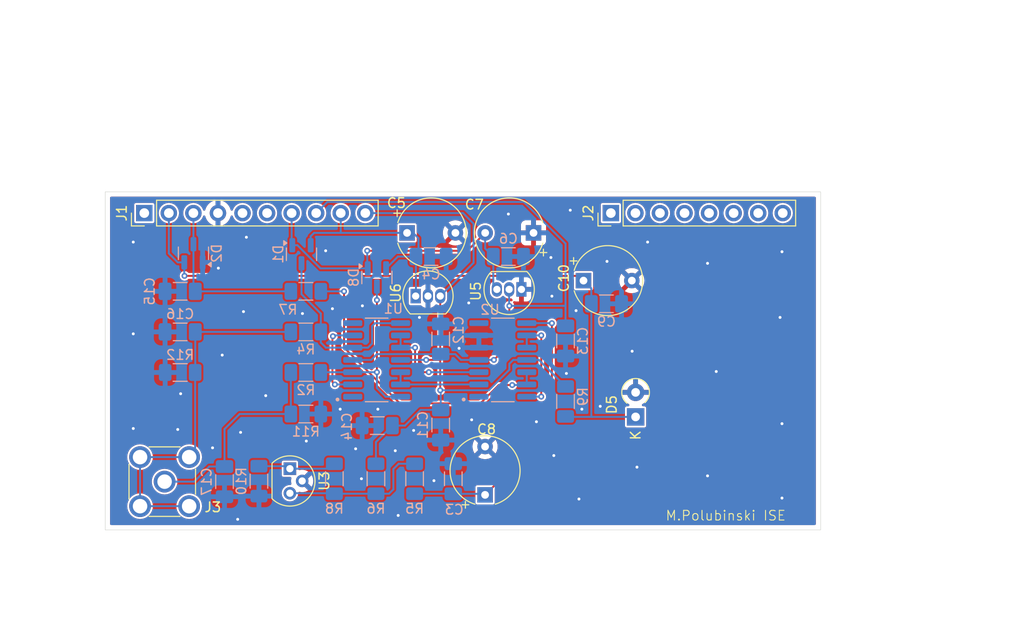
<source format=kicad_pcb>
(kicad_pcb (version 20240108) (generator "pcbnew") (generator_version "8.0")
  (layers (0 "F.Cu" signal) (31 "B.Cu" signal) (34 "B.Paste" user) (35 "F.Paste" user) (36 "B.SilkS" user "B.Silkscreen") (37 "F.SilkS" user "F.Silkscreen") (38 "B.Mask" user) (39 "F.Mask" user) (44 "Edge.Cuts" user))
  (net 0 "")
  (net 1 "GND")
  (net 2 "Net-(U2-REF_B)")
  (net 3 "+3V3")
  (net 4 "+12V")
  (net 5 "-12V")
  (net 6 "+15V")
  (net 7 "-15V")
  (net 8 "A")
  (net 9 "Net-(C16-Pad1)")
  (net 21 "Net-(C17-Pad1)")
  (net 22 "Net-(U1-+IN_B)")
  (net 23 "Net-(U2-OUT_A)")
  (net 24 "Net-(U1-OUT_A)")
  (net 25 "Net-(U1-OUT_B)")
  (net 26 "Net-(U1--IN_A)")
  (net 27 "Net-(U2-OUT_B)")
  (net 28 "Net-(U1-+IN_A)")
  (net 29 "Net-(U3-CATHODE)")
  (net 30 "Net-(U3-REF)")
  (footprint "Diode_THT:D_A-405_P2.54mm_Vertical_KathodeUp" (layer "F.Cu") (at 162.86 101.2 90)
    (property "Reference" "D5" (at 1.27 -2.47 -90) (layer "F.SilkS"))
    (property "Value" "~")
    (fp_text user "K" (at -1.9 0 -90) (layer "F.SilkS"))
    (pad "1" thru_hole rect (at 0 0 90) (size 1.8 1.8) (drill 0.9) (layers "*.Cu" "*.Mask") (net 3 "+3V3"))
    (pad "2" thru_hole oval (at 2.54 0 90) (size 1.8 1.8) (drill 0.9) (layers "*.Cu" "*.Mask") (net 1 "GND"))
  )
  (footprint "Connector_Coaxial:SMA_Molex_73251-2200_Horizontal" (layer "F.Cu") (at 114.14 107.9 90)
    (property "Reference" "J3" (at -2.65 4.99 0) (layer "F.SilkS"))
    (property "Value" "60311002114501" (hide yes))
    (property "VALUE" "60311002114501" (hide yes))
    (pad "1" thru_hole circle (at 0 0 90) (size 2.25 2.25) (drill 1.5) (layers "*.Cu" "*.Mask") (net 21 "Net-(C17-Pad1)"))
    (pad "2" thru_hole circle (at -2.54 -2.54 90) (size 2.25 2.25) (drill 1.5) (layers "*.Cu" "*.Mask") (net 9 "Net-(C16-Pad1)"))
    (pad "2" thru_hole circle (at -2.54 2.54 90) (size 2.25 2.25) (drill 1.5) (layers "*.Cu" "*.Mask") (net 9 "Net-(C16-Pad1)"))
    (pad "2" thru_hole circle (at 2.54 -2.54 90) (size 2.25 2.25) (drill 1.5) (layers "*.Cu" "*.Mask") (net 9 "Net-(C16-Pad1)"))
    (pad "2" thru_hole circle (at 2.54 2.54 180) (size 2.25 2.25) (drill 1.5) (layers "*.Cu" "*.Mask") (net 9 "Net-(C16-Pad1)"))
  )
  (footprint "Capacitor_THT:CP_Radial_Tantal_D7.0mm_P5.00mm" (layer "F.Cu") (at 139.22 82.15)
    (property "Reference" "C5" (at -1.1 -3.09 0) (layer "F.SilkS"))
    (property "Value" "1u")
    (pad "1" thru_hole rect (at 0 0) (size 1.6 1.6) (drill 0.8) (layers "*.Cu" "*.Mask") (net 4 "+12V"))
    (pad "2" thru_hole circle (at 5 0) (size 1.6 1.6) (drill 0.8) (layers "*.Cu" "*.Mask") (net 1 "GND"))
  )
  (footprint "Connector_PinHeader_2.54mm:PinHeader_1x10_P2.54mm_Vertical" (layer "F.Cu") (at 112.04 80.1 90)
    (property "Reference" "J1" (at 0 -2.33 -90) (layer "F.SilkS"))
    (property "Value" "Conn_01x10" (hide yes))
    (pad "1" thru_hole rect (at 0 0 90) (size 1.7 1.7) (drill 1) (layers "*.Cu" "*.Mask"))
    (pad "2" thru_hole oval (at 0 2.54 90) (size 1.7 1.7) (drill 1) (layers "*.Cu" "*.Mask") (net 3 "+3V3"))
    (pad "3" thru_hole oval (at 0 5.08 90) (size 1.7 1.7) (drill 1) (layers "*.Cu" "*.Mask") (net 8 "A"))
    (pad "4" thru_hole oval (at 0 7.62 90) (size 1.7 1.7) (drill 1) (layers "*.Cu" "*.Mask") (net 1 "GND"))
    (pad "5" thru_hole oval (at 0 10.16 90) (size 1.7 1.7) (drill 1) (layers "*.Cu" "*.Mask"))
    (pad "6" thru_hole oval (at 0 12.7 90) (size 1.7 1.7) (drill 1) (layers "*.Cu" "*.Mask"))
    (pad "7" thru_hole oval (at 0 15.24 90) (size 1.7 1.7) (drill 1) (layers "*.Cu" "*.Mask") (net 5 "-12V"))
    (pad "8" thru_hole oval (at 0 17.78 90) (size 1.7 1.7) (drill 1) (layers "*.Cu" "*.Mask") (net 7 "-15V"))
    (pad "9" thru_hole oval (at 0 20.32 90) (size 1.7 1.7) (drill 1) (layers "*.Cu" "*.Mask") (net 4 "+12V"))
    (pad "10" thru_hole oval (at 0 22.86 90) (size 1.7 1.7) (drill 1) (layers "*.Cu" "*.Mask") (net 6 "+15V"))
  )
  (footprint "Package_TO_SOT_THT:TO-92" (layer "F.Cu") (at 127.1 106.56 -90)
    (property "Reference" "U3" (at 1.27 -3.56 90) (layer "F.SilkS"))
    (property "Value" "LM431")
    (pad "1" thru_hole rect (at 0 0 270) (size 1.3 1.3) (drill 0.75) (layers "*.Cu" "*.Mask") (net 30 "Net-(U3-REF)"))
    (pad "2" thru_hole circle (at 1.27 -1.27 270) (size 1.3 1.3) (drill 0.75) (layers "*.Cu" "*.Mask") (net 1 "GND"))
    (pad "3" thru_hole circle (at 2.54 0 270) (size 1.3 1.3) (drill 0.75) (layers "*.Cu" "*.Mask") (net 29 "Net-(U3-CATHODE)"))
  )
  (footprint "Connector_PinHeader_2.54mm:PinHeader_1x08_P2.54mm_Vertical" (layer "F.Cu") (at 160.3 80.1 90)
    (property "Reference" "J2" (at 0 -2.33 -90) (layer "F.SilkS"))
    (property "Value" "Conn_01x08" (hide yes))
    (pad "1" thru_hole rect (at 0 0 90) (size 1.7 1.7) (drill 1) (layers "*.Cu" "*.Mask"))
    (pad "2" thru_hole oval (at 0 2.54 90) (size 1.7 1.7) (drill 1) (layers "*.Cu" "*.Mask"))
    (pad "3" thru_hole oval (at 0 5.08 90) (size 1.7 1.7) (drill 1) (layers "*.Cu" "*.Mask"))
    (pad "4" thru_hole oval (at 0 7.62 90) (size 1.7 1.7) (drill 1) (layers "*.Cu" "*.Mask"))
    (pad "5" thru_hole oval (at 0 10.16 90) (size 1.7 1.7) (drill 1) (layers "*.Cu" "*.Mask"))
    (pad "6" thru_hole oval (at 0 12.7 90) (size 1.7 1.7) (drill 1) (layers "*.Cu" "*.Mask"))
    (pad "7" thru_hole oval (at 0 15.24 90) (size 1.7 1.7) (drill 1) (layers "*.Cu" "*.Mask"))
    (pad "8" thru_hole oval (at 0 17.78 90) (size 1.7 1.7) (drill 1) (layers "*.Cu" "*.Mask"))
  )
  (footprint "Capacitor_THT:CP_Radial_Tantal_D7.0mm_P5.00mm" (layer "F.Cu") (at 152.3 82.15 180)
    (property "Reference" "C7" (at 6.12 2.93 180) (layer "F.SilkS"))
    (property "Value" "1u" (hide yes))
    (pad "1" thru_hole rect (at 0 0 180) (size 1.6 1.6) (drill 0.8) (layers "*.Cu" "*.Mask") (net 1 "GND"))
    (pad "2" thru_hole circle (at 5 0 180) (size 1.6 1.6) (drill 0.8) (layers "*.Cu" "*.Mask") (net 5 "-12V"))
  )
  (footprint "Capacitor_THT:CP_Radial_Tantal_D7.0mm_P5.00mm" (layer "F.Cu") (at 157.47 87.09)
    (property "Reference" "C10" (at -2.0322 -0.2525 90) (layer "F.SilkS"))
    (property "Value" "1u" (hide yes))
    (pad "1" thru_hole rect (at 0 0) (size 1.6 1.6) (drill 0.8) (layers "*.Cu" "*.Mask") (net 3 "+3V3"))
    (pad "2" thru_hole circle (at 5 0) (size 1.6 1.6) (drill 0.8) (layers "*.Cu" "*.Mask") (net 1 "GND"))
  )
  (footprint "Package_TO_SOT_THT:TO-92_Inline" (layer "F.Cu") (at 140.11 88.69)
    (property "Reference" "U6" (at -2.06 -0.32 90) (layer "F.SilkS"))
    (property "Value" "L78L12_TO92" (hide yes))
    (pad "1" thru_hole rect (at 0 0) (size 1.05 1.5) (drill 0.75) (layers "*.Cu" "*.Mask") (net 4 "+12V"))
    (pad "2" thru_hole oval (at 1.27 0) (size 1.05 1.5) (drill 0.75) (layers "*.Cu" "*.Mask") (net 1 "GND"))
    (pad "3" thru_hole oval (at 2.54 0) (size 1.05 1.5) (drill 0.75) (layers "*.Cu" "*.Mask") (net 6 "+15V"))
  )
  (footprint "Package_TO_SOT_THT:TO-92_Inline" (layer "F.Cu") (at 151.05 88 180)
    (property "Reference" "U5" (at 4.72 -0.19 -90) (layer "F.SilkS"))
    (property "Value" "L79L12_TO92" (hide yes))
    (pad "1" thru_hole rect (at 0 0 180) (size 1.05 1.5) (drill 0.75) (layers "*.Cu" "*.Mask") (net 1 "GND"))
    (pad "2" thru_hole oval (at 1.27 0 180) (size 1.05 1.5) (drill 0.75) (layers "*.Cu" "*.Mask") (net 7 "-15V"))
    (pad "3" thru_hole oval (at 2.54 0 180) (size 1.05 1.5) (drill 0.75) (layers "*.Cu" "*.Mask") (net 5 "-12V"))
  )
  (footprint "Capacitor_THT:CP_Radial_Tantal_D7.0mm_P5.00mm" (layer "F.Cu") (at 147.29 109.27 90)
    (property "Reference" "C8" (at 6.790277 0.149999 0) (layer "F.SilkS"))
    (property "Value" "1u" (hide yes))
    (pad "1" thru_hole rect (at 0 0 90) (size 1.6 1.6) (drill 0.8) (layers "*.Cu" "*.Mask") (net 2 "Net-(U2-REF_B)"))
    (pad "2" thru_hole circle (at 5 0 90) (size 1.6 1.6) (drill 0.8) (layers "*.Cu" "*.Mask") (net 1 "GND"))
  )
  (footprint "Resistor_SMD:R_1206_3216Metric_Pad1.30x1.75mm_HandSolder" (layer "B.Cu") (at 128.75 96.6)
    (property "Reference" "R2" (at 0 1.82 0) (layer "B.SilkS") (effects (justify mirror)))
    (property "Value" "1k")
    (pad "1" smd roundrect (at -1.55 0) (size 1.3 1.75) (layers "B.Cu" "B.Paste" "B.Mask") (roundrect_rratio 0.1923076923) (net 21 "Net-(C17-Pad1)"))
    (pad "2" smd roundrect (at 1.55 0) (size 1.3 1.75) (layers "B.Cu" "B.Paste" "B.Mask") (roundrect_rratio 0.1923076923) (net 28 "Net-(U1-+IN_A)"))
  )
  (footprint "Resistor_SMD:R_1206_3216Metric_Pad1.30x1.75mm_HandSolder" (layer "B.Cu") (at 128.75 100.9)
    (property "Reference" "R11" (at 0 1.82 0) (layer "B.SilkS") (effects (justify mirror)))
    (property "Value" "1M")
    (pad "1" smd roundrect (at -1.55 0) (size 1.3 1.75) (layers "B.Cu" "B.Paste" "B.Mask") (roundrect_rratio 0.1923076923) (net 21 "Net-(C17-Pad1)"))
    (pad "2" smd roundrect (at 1.55 0) (size 1.3 1.75) (layers "B.Cu" "B.Paste" "B.Mask") (roundrect_rratio 0.1923076923) (net 1 "GND"))
  )
  (footprint "Resistor_SMD:R_1206_3216Metric_Pad1.30x1.75mm_HandSolder" (layer "B.Cu") (at 123.9 107.85 -90)
    (property "Reference" "R10" (at 0 1.82 90) (layer "B.SilkS") (effects (justify mirror)))
    (property "Value" "R")
    (pad "1" smd roundrect (at -1.55 0 270) (size 1.3 1.75) (layers "B.Cu" "B.Paste" "B.Mask") (roundrect_rratio 0.1923076923) (net 30 "Net-(U3-REF)"))
    (pad "2" smd roundrect (at 1.55 0 270) (size 1.3 1.75) (layers "B.Cu" "B.Paste" "B.Mask") (roundrect_rratio 0.1923076923) (net 1 "GND"))
  )
  (footprint "Package_TO_SOT_SMD:SOT-23" (layer "B.Cu") (at 128.3 84.3625 -90)
    (property "Reference" "D1" (at 0 2.4 90) (layer "B.SilkS") (effects (justify mirror)))
    (property "Value" "BAV99")
    (pad "1" smd roundrect (at -0.9375 0.95 270) (size 1.475 0.6) (layers "B.Cu" "B.Paste" "B.Mask") (net 5 "-12V"))
    (pad "2" smd roundrect (at -0.9375 -0.95 270) (size 1.475 0.6) (layers "B.Cu" "B.Paste" "B.Mask") (net 4 "+12V"))
    (pad "3" smd roundrect (at 0.9375 0 270) (size 1.475 0.6) (layers "B.Cu" "B.Paste" "B.Mask") (net 22 "Net-(U1-+IN_B)"))
  )
  (footprint "Capacitor_SMD:C_1206_3216Metric_Pad1.33x1.80mm_HandSolder" (layer "B.Cu") (at 149.7 84.6 180)
    (property "Reference" "C6" (at 0 1.85 180) (layer "B.SilkS") (effects (justify mirror)))
    (property "Value" "100n")
    (pad "1" smd roundrect (at -1.5625 0 180) (size 1.325 1.8) (layers "B.Cu" "B.Paste" "B.Mask") (roundrect_rratio 0.1886792453) (net 1 "GND"))
    (pad "2" smd roundrect (at 1.5625 0 180) (size 1.325 1.8) (layers "B.Cu" "B.Paste" "B.Mask") (roundrect_rratio 0.1886792453) (net 5 "-12V"))
  )
  (footprint "INA2137UA (1):SOIC127P600X175-14N" (layer "B.Cu") (at 136.075 95.3)
    (property "Reference" "U1" (at 1.725 -5.3 0) (layer "B.SilkS") (effects (justify mirror)))
    (property "Value" "INA2137UA" (hide yes))
    (pad "1" smd roundrect (at -2.475 3.81) (size 1.97 0.6) (layers "B.Cu" "B.Paste" "B.Mask"))
    (pad "2" smd roundrect (at -2.475 2.54) (size 1.97 0.6) (layers "B.Cu" "B.Paste" "B.Mask") (net 26 "Net-(U1--IN_A)"))
    (pad "3" smd roundrect (at -2.475 1.27) (size 1.97 0.6) (layers "B.Cu" "B.Paste" "B.Mask") (net 28 "Net-(U1-+IN_A)"))
    (pad "4" smd roundrect (at -2.475 0) (size 1.97 0.6) (layers "B.Cu" "B.Paste" "B.Mask") (net 7 "-15V"))
    (pad "5" smd roundrect (at -2.475 -1.27) (size 1.97 0.6) (layers "B.Cu" "B.Paste" "B.Mask") (net 22 "Net-(U1-+IN_B)"))
    (pad "6" smd roundrect (at -2.475 -2.54) (size 1.97 0.6) (layers "B.Cu" "B.Paste" "B.Mask") (net 26 "Net-(U1--IN_A)"))
    (pad "7" smd roundrect (at -2.475 -3.81) (size 1.97 0.6) (layers "B.Cu" "B.Paste" "B.Mask"))
    (pad "8" smd roundrect (at 2.475 -3.81) (size 1.97 0.6) (layers "B.Cu" "B.Paste" "B.Mask") (net 22 "Net-(U1-+IN_B)"))
    (pad "9" smd roundrect (at 2.475 -2.54) (size 1.97 0.6) (layers "B.Cu" "B.Paste" "B.Mask") (net 25 "Net-(U1-OUT_B)"))
    (pad "10" smd roundrect (at 2.475 -1.27) (size 1.97 0.6) (layers "B.Cu" "B.Paste" "B.Mask") (net 25 "Net-(U1-OUT_B)"))
    (pad "11" smd roundrect (at 2.475 0) (size 1.97 0.6) (layers "B.Cu" "B.Paste" "B.Mask") (net 6 "+15V"))
    (pad "12" smd roundrect (at 2.475 1.27) (size 1.97 0.6) (layers "B.Cu" "B.Paste" "B.Mask") (net 24 "Net-(U1-OUT_A)"))
    (pad "13" smd roundrect (at 2.475 2.54) (size 1.97 0.6) (layers "B.Cu" "B.Paste" "B.Mask") (net 24 "Net-(U1-OUT_A)"))
    (pad "14" smd roundrect (at 2.475 3.81) (size 1.97 0.6) (layers "B.Cu" "B.Paste" "B.Mask") (net 28 "Net-(U1-+IN_A)"))
  )
  (footprint "INA2137UA (1):SOIC127P600X175-14N" (layer "B.Cu") (at 149.125 95.3)
    (property "Reference" "U2" (at -1.325 -5.2 0) (layer "B.SilkS") (effects (justify mirror)))
    (property "Value" "INA2137UA" (hide yes))
    (pad "1" smd roundrect (at -2.475 3.81) (size 1.97 0.6) (layers "B.Cu" "B.Paste" "B.Mask"))
    (pad "2" smd roundrect (at -2.475 2.54) (size 1.97 0.6) (layers "B.Cu" "B.Paste" "B.Mask") (net 24 "Net-(U1-OUT_A)"))
    (pad "3" smd roundrect (at -2.475 1.27) (size 1.97 0.6) (layers "B.Cu" "B.Paste" "B.Mask") (net 25 "Net-(U1-OUT_B)"))
    (pad "4" smd roundrect (at -2.475 0) (size 1.97 0.6) (layers "B.Cu" "B.Paste" "B.Mask") (net 7 "-15V"))
    (pad "5" smd roundrect (at -2.475 -1.27) (size 1.97 0.6) (layers "B.Cu" "B.Paste" "B.Mask") (net 1 "GND"))
    (pad "6" smd roundrect (at -2.475 -2.54) (size 1.97 0.6) (layers "B.Cu" "B.Paste" "B.Mask") (net 1 "GND"))
    (pad "7" smd roundrect (at -2.475 -3.81) (size 1.97 0.6) (layers "B.Cu" "B.Paste" "B.Mask"))
    (pad "8" smd roundrect (at 2.475 -3.81) (size 1.97 0.6) (layers "B.Cu" "B.Paste" "B.Mask") (net 2 "Net-(U2-REF_B)"))
    (pad "9" smd roundrect (at 2.475 -2.54) (size 1.97 0.6) (layers "B.Cu" "B.Paste" "B.Mask") (net 27 "Net-(U2-OUT_B)"))
    (pad "10" smd roundrect (at 2.475 -1.27) (size 1.97 0.6) (layers "B.Cu" "B.Paste" "B.Mask") (net 27 "Net-(U2-OUT_B)"))
    (pad "11" smd roundrect (at 2.475 0) (size 1.97 0.6) (layers "B.Cu" "B.Paste" "B.Mask") (net 6 "+15V"))
    (pad "12" smd roundrect (at 2.475 1.27) (size 1.97 0.6) (layers "B.Cu" "B.Paste" "B.Mask") (net 23 "Net-(U2-OUT_A)"))
    (pad "13" smd roundrect (at 2.475 2.54) (size 1.97 0.6) (layers "B.Cu" "B.Paste" "B.Mask") (net 23 "Net-(U2-OUT_A)"))
    (pad "14" smd roundrect (at 2.475 3.81) (size 1.97 0.6) (layers "B.Cu" "B.Paste" "B.Mask") (net 27 "Net-(U2-OUT_B)"))
  )
  (footprint "Resistor_SMD:R_1206_3216Metric_Pad1.30x1.75mm_HandSolder" (layer "B.Cu") (at 155.61 99.6 -90)
    (property "Reference" "R9" (at -0.5 -1.79 -90) (layer "B.SilkS") (effects (justify mirror)))
    (property "Value" "1k")
    (pad "1" smd roundrect (at -1.55 0 270) (size 1.3 1.75) (layers "B.Cu" "B.Paste" "B.Mask") (roundrect_rratio 0.1923076923) (net 6 "+15V"))
    (pad "2" smd roundrect (at 1.55 0 270) (size 1.3 1.75) (layers "B.Cu" "B.Paste" "B.Mask") (roundrect_rratio 0.1923076923) (net 3 "+3V3"))
  )
  (footprint "Capacitor_SMD:C_1206_3216Metric_Pad1.33x1.80mm_HandSolder" (layer "B.Cu") (at 142.7 102.0375 -90)
    (property "Reference" "C11" (at 0 1.85 -90) (layer "B.SilkS") (effects (justify mirror)))
    (property "Value" "100n")
    (pad "1" smd roundrect (at -1.5625 0 270) (size 1.325 1.8) (layers "B.Cu" "B.Paste" "B.Mask") (roundrect_rratio 0.1886792453) (net 6 "+15V"))
    (pad "2" smd roundrect (at 1.5625 0 270) (size 1.325 1.8) (layers "B.Cu" "B.Paste" "B.Mask") (roundrect_rratio 0.1886792453) (net 1 "GND"))
  )
  (footprint "Capacitor_SMD:C_1206_3216Metric_Pad1.33x1.80mm_HandSolder" (layer "B.Cu") (at 144 107.6 90)
    (property "Reference" "C3" (at -3.199999 0.100001 180) (layer "B.SilkS") (effects (justify mirror)))
    (property "Value" "100n")
    (pad "1" smd roundrect (at -1.5625 0 90) (size 1.325 1.8) (layers "B.Cu" "B.Paste" "B.Mask") (roundrect_rratio 0.1886792453) (net 2 "Net-(U2-REF_B)"))
    (pad "2" smd roundrect (at 1.5625 0 90) (size 1.325 1.8) (layers "B.Cu" "B.Paste" "B.Mask") (roundrect_rratio 0.1886792453) (net 1 "GND"))
  )
  (footprint "Resistor_SMD:R_1206_3216Metric_Pad1.30x1.75mm_HandSolder" (layer "B.Cu") (at 136 107.6 -90)
    (property "Reference" "R6" (at 3.1 0 0) (layer "B.SilkS") (effects (justify mirror)))
    (property "Value" "10k")
    (pad "1" smd roundrect (at -1.55 0 270) (size 1.3 1.75) (layers "B.Cu" "B.Paste" "B.Mask") (roundrect_rratio 0.1923076923) (net 6 "+15V"))
    (pad "2" smd roundrect (at 1.55 0 270) (size 1.3 1.75) (layers "B.Cu" "B.Paste" "B.Mask") (roundrect_rratio 0.1923076923) (net 29 "Net-(U3-CATHODE)"))
  )
  (footprint "Resistor_SMD:R_1206_3216Metric_Pad1.30x1.75mm_HandSolder" (layer "B.Cu") (at 131.7 107.6 90)
    (property "Reference" "R8" (at -3.1 0 0) (layer "B.SilkS") (effects (justify mirror)))
    (property "Value" "R")
    (pad "1" smd roundrect (at -1.55 0 90) (size 1.3 1.75) (layers "B.Cu" "B.Paste" "B.Mask") (roundrect_rratio 0.1923076923) (net 29 "Net-(U3-CATHODE)"))
    (pad "2" smd roundrect (at 1.55 0 90) (size 1.3 1.75) (layers "B.Cu" "B.Paste" "B.Mask") (roundrect_rratio 0.1923076923) (net 30 "Net-(U3-REF)"))
  )
  (footprint "Capacitor_SMD:C_1206_3216Metric_Pad1.33x1.80mm_HandSolder" (layer "B.Cu") (at 120.3375 107.9 -90)
    (property "Reference" "C17" (at 0 1.85 90) (layer "B.SilkS") (effects (justify mirror)))
    (property "Value" "1p")
    (pad "1" smd roundrect (at -1.5625 0 270) (size 1.325 1.8) (layers "B.Cu" "B.Paste" "B.Mask") (roundrect_rratio 0.1886792453) (net 21 "Net-(C17-Pad1)"))
    (pad "2" smd roundrect (at 1.5625 0 270) (size 1.325 1.8) (layers "B.Cu" "B.Paste" "B.Mask") (roundrect_rratio 0.1886792453) (net 1 "GND"))
  )
  (footprint "Resistor_SMD:R_1206_3216Metric_Pad1.30x1.75mm_HandSolder" (layer "B.Cu") (at 128.75 92.4)
    (property "Reference" "R4" (at 0 1.82 0) (layer "B.SilkS") (effects (justify mirror)))
    (property "Value" "1k")
    (pad "1" smd roundrect (at -1.55 0) (size 1.3 1.75) (layers "B.Cu" "B.Paste" "B.Mask") (roundrect_rratio 0.1923076923) (net 9 "Net-(C16-Pad1)"))
    (pad "2" smd roundrect (at 1.55 0) (size 1.3 1.75) (layers "B.Cu" "B.Paste" "B.Mask") (roundrect_rratio 0.1923076923) (net 22 "Net-(U1-+IN_B)"))
  )
  (footprint "Capacitor_SMD:C_1206_3216Metric_Pad1.33x1.80mm_HandSolder" (layer "B.Cu") (at 115.75 92.4 180)
    (property "Reference" "C16" (at 0 1.85 180) (layer "B.SilkS") (effects (justify mirror)))
    (property "Value" "1p")
    (pad "1" smd roundrect (at -1.5625 0 180) (size 1.325 1.8) (layers "B.Cu" "B.Paste" "B.Mask") (roundrect_rratio 0.1886792453) (net 9 "Net-(C16-Pad1)"))
    (pad "2" smd roundrect (at 1.5625 0 180) (size 1.325 1.8) (layers "B.Cu" "B.Paste" "B.Mask") (roundrect_rratio 0.1886792453) (net 1 "GND"))
  )
  (footprint "Package_TO_SOT_SMD:SOT-23" (layer "B.Cu") (at 117.125 84.2625 90)
    (property "Reference" "D2" (at 0 2.4 -90) (layer "B.SilkS") (effects (justify mirror)))
    (property "Value" "BAV99")
    (pad "1" smd roundrect (at -0.9375 0.95 90) (size 1.475 0.6) (layers "B.Cu" "B.Paste" "B.Mask") (net 1 "GND"))
    (pad "2" smd roundrect (at -0.9375 -0.95 90) (size 1.475 0.6) (layers "B.Cu" "B.Paste" "B.Mask") (net 3 "+3V3"))
    (pad "3" smd roundrect (at 0.9375 0 90) (size 1.475 0.6) (layers "B.Cu" "B.Paste" "B.Mask") (net 8 "A"))
  )
  (footprint "Resistor_SMD:R_1206_3216Metric_Pad1.30x1.75mm_HandSolder" (layer "B.Cu") (at 140 107.6 -90)
    (property "Reference" "R5" (at 3.1 0 0) (layer "B.SilkS") (effects (justify mirror)))
    (property "Value" "10k")
    (pad "1" smd roundrect (at -1.55 0 270) (size 1.3 1.75) (layers "B.Cu" "B.Paste" "B.Mask") (roundrect_rratio 0.1923076923) (net 29 "Net-(U3-CATHODE)"))
    (pad "2" smd roundrect (at 1.55 0 270) (size 1.3 1.75) (layers "B.Cu" "B.Paste" "B.Mask") (roundrect_rratio 0.1923076923) (net 2 "Net-(U2-REF_B)"))
  )
  (footprint "Capacitor_SMD:C_1206_3216Metric_Pad1.33x1.80mm_HandSolder" (layer "B.Cu") (at 142.7 93.1375 90)
    (property "Reference" "C12" (at 0.9375 1.85 90) (layer "B.SilkS") (effects (justify mirror)))
    (property "Value" "100n")
    (pad "1" smd roundrect (at -1.5625 0 90) (size 1.325 1.8) (layers "B.Cu" "B.Paste" "B.Mask") (roundrect_rratio 0.1886792453) (net 7 "-15V"))
    (pad "2" smd roundrect (at 1.5625 0 90) (size 1.325 1.8) (layers "B.Cu" "B.Paste" "B.Mask") (roundrect_rratio 0.1886792453) (net 1 "GND"))
  )
  (footprint "Resistor_SMD:R_1206_3216Metric_Pad1.30x1.75mm_HandSolder" (layer "B.Cu") (at 115.75 96.6 180)
    (property "Reference" "R12" (at 0 1.82 180) (layer "B.SilkS") (effects (justify mirror)))
    (property "Value" "1M")
    (pad "1" smd roundrect (at -1.55 0 180) (size 1.3 1.75) (layers "B.Cu" "B.Paste" "B.Mask") (roundrect_rratio 0.1923076923) (net 9 "Net-(C16-Pad1)"))
    (pad "2" smd roundrect (at 1.55 0 180) (size 1.3 1.75) (layers "B.Cu" "B.Paste" "B.Mask") (roundrect_rratio 0.1923076923) (net 1 "GND"))
  )
  (footprint "Capacitor_SMD:C_1206_3216Metric_Pad1.33x1.80mm_HandSolder" (layer "B.Cu") (at 141.7 84.6)
    (property "Reference" "C4" (at 0 1.85 0) (layer "B.SilkS") (effects (justify mirror)))
    (property "Value" "100n")
    (pad "1" smd roundrect (at -1.5625 0) (size 1.325 1.8) (layers "B.Cu" "B.Paste" "B.Mask") (roundrect_rratio 0.1886792453) (net 4 "+12V"))
    (pad "2" smd roundrect (at 1.5625 0) (size 1.325 1.8) (layers "B.Cu" "B.Paste" "B.Mask") (roundrect_rratio 0.1886792453) (net 1 "GND"))
  )
  (footprint "Resistor_SMD:R_1206_3216Metric_Pad1.30x1.75mm_HandSolder" (layer "B.Cu") (at 128.75 88.2 180)
    (property "Reference" "R7" (at 1.85 -1.9 180) (layer "B.SilkS") (effects (justify mirror)))
    (property "Value" "1k")
    (pad "1" smd roundrect (at -1.55 0 180) (size 1.3 1.75) (layers "B.Cu" "B.Paste" "B.Mask") (roundrect_rratio 0.1923076923) (net 23 "Net-(U2-OUT_A)"))
    (pad "2" smd roundrect (at 1.55 0 180) (size 1.3 1.75) (layers "B.Cu" "B.Paste" "B.Mask") (roundrect_rratio 0.1923076923) (net 8 "A"))
  )
  (footprint "Capacitor_SMD:C_1206_3216Metric_Pad1.33x1.80mm_HandSolder" (layer "B.Cu") (at 155.61 93.3375 -90)
    (property "Reference" "C13" (at 0 -1.79 -90) (layer "B.SilkS") (effects (justify mirror)))
    (property "Value" "100n")
    (pad "1" smd roundrect (at -1.5625 0 270) (size 1.325 1.8) (layers "B.Cu" "B.Paste" "B.Mask") (roundrect_rratio 0.1886792453) (net 7 "-15V"))
    (pad "2" smd roundrect (at 1.5625 0 270) (size 1.325 1.8) (layers "B.Cu" "B.Paste" "B.Mask") (roundrect_rratio 0.1886792453) (net 1 "GND"))
  )
  (footprint "Capacitor_SMD:C_1206_3216Metric_Pad1.33x1.80mm_HandSolder" (layer "B.Cu") (at 159.84005 89.49)
    (property "Reference" "C9" (at 0 1.85 0) (layer "B.SilkS") (effects (justify mirror)))
    (property "Value" "100n")
    (pad "1" smd roundrect (at -1.5625 0) (size 1.325 1.8) (layers "B.Cu" "B.Paste" "B.Mask") (roundrect_rratio 0.1886792453) (net 3 "+3V3"))
    (pad "2" smd roundrect (at 1.5625 0) (size 1.325 1.8) (layers "B.Cu" "B.Paste" "B.Mask") (roundrect_rratio 0.1886792453) (net 1 "GND"))
  )
  (footprint "Capacitor_SMD:C_1206_3216Metric_Pad1.33x1.80mm_HandSolder" (layer "B.Cu") (at 136.1375 102.1 180)
    (property "Reference" "C14" (at 3.1375 -0.1 -90) (layer "B.SilkS") (effects (justify mirror)))
    (property "Value" "100n")
    (pad "1" smd roundrect (at -1.5625 0 180) (size 1.325 1.8) (layers "B.Cu" "B.Paste" "B.Mask") (roundrect_rratio 0.1886792453) (net 6 "+15V"))
    (pad "2" smd roundrect (at 1.5625 0 180) (size 1.325 1.8) (layers "B.Cu" "B.Paste" "B.Mask") (roundrect_rratio 0.1886792453) (net 1 "GND"))
  )
  (footprint "Package_TO_SOT_SMD:SOT-23" (layer "B.Cu") (at 136.1 86.7625 -90)
    (property "Reference" "D8" (at 0 2.4 90) (layer "B.SilkS") (effects (justify mirror)))
    (property "Value" "BAV99")
    (pad "1" smd roundrect (at -0.9375 0.95 270) (size 1.475 0.6) (layers "B.Cu" "B.Paste" "B.Mask") (net 5 "-12V"))
    (pad "2" smd roundrect (at -0.9375 -0.95 270) (size 1.475 0.6) (layers "B.Cu" "B.Paste" "B.Mask") (net 4 "+12V"))
    (pad "3" smd roundrect (at 0.9375 0 270) (size 1.475 0.6) (layers "B.Cu" "B.Paste" "B.Mask") (net 28 "Net-(U1-+IN_A)"))
  )
  (footprint "Capacitor_SMD:C_1206_3216Metric_Pad1.33x1.80mm_HandSolder" (layer "B.Cu") (at 115.75 88.2 180)
    (property "Reference" "C15" (at 3.15 0 -90) (layer "B.SilkS") (effects (justify mirror)))
    (property "Value" "C")
    (pad "1" smd roundrect (at -1.5625 0 180) (size 1.325 1.8) (layers "B.Cu" "B.Paste" "B.Mask") (roundrect_rratio 0.1886792453) (net 8 "A"))
    (pad "2" smd roundrect (at 1.5625 0 180) (size 1.325 1.8) (layers "B.Cu" "B.Paste" "B.Mask") (roundrect_rratio 0.1886792453) (net 1 "GND"))
  )
  (gr_rect (start 108 77.9) (end 182 112.9) (stroke (width 0.05)) (fill none) (layer "Edge.Cuts"))
  (gr_text "M.Polubinski ISE" (at 165.9 112 0) (layer "F.SilkS") (effects (font (size 1 1) (thickness 0.1)) (justify left bottom)))
  (via (at 132.3 100.4) (size 0.6) (drill 0.3) (layers "F.Cu" "B.Cu") (net 1))
  (via (at 178 101.9) (size 0.6) (drill 0.3) (layers "F.Cu" "B.Cu") (net 1))
  (via (at 136.2 100.4) (size 0.6) (drill 0.3) (layers "F.Cu" "B.Cu") (net 1))
  (via (at 121.7 111.8) (size 0.6) (drill 0.3) (layers "F.Cu" "B.Cu") (net 1))
  (via (at 177.8 90.9) (size 0.6) (drill 0.3) (layers "F.Cu" "B.Cu") (net 1))
  (via (at 142 107.8) (size 0.6) (drill 0.3) (layers "F.Cu" "B.Cu") (net 1))
  (via (at 115.8 98.8) (size 0.6) (drill 0.3) (layers "F.Cu" "B.Cu") (net 1))
  (via (at 144.6 94.1) (size 0.6) (drill 0.3) (layers "F.Cu" "B.Cu") (net 1))
  (via (at 178 84.1) (size 0.6) (drill 0.3) (layers "F.Cu" "B.Cu") (net 1))
  (via (at 130.8 84) (size 0.6) (drill 0.3) (layers "F.Cu" "B.Cu") (net 1))
  (via (at 162.5 94.4) (size 0.6) (drill 0.3) (layers "F.Cu" "B.Cu") (net 1))
  (via (at 119.7 85.8) (size 0.6) (drill 0.3) (layers "F.Cu" "B.Cu") (net 1))
  (via (at 110.9 102.4) (size 0.6) (drill 0.3) (layers "F.Cu" "B.Cu") (net 1))
  (via (at 128.8 103.7) (size 0.6) (drill 0.3) (layers "F.Cu" "B.Cu") (net 1))
  (via (at 178 109.6) (size 0.6) (drill 0.3) (layers "F.Cu" "B.Cu") (net 1))
  (via (at 156.7 90.2) (size 0.6) (drill 0.3) (layers "F.Cu" "B.Cu") (net 1))
  (via (at 131.5 90) (size 0.6) (drill 0.3) (layers "F.Cu" "B.Cu") (net 1))
  (via (at 122 102.8) (size 0.6) (drill 0.3) (layers "F.Cu" "B.Cu") (net 1))
  (via (at 110.9 92.6) (size 0.6) (drill 0.3) (layers "F.Cu" "B.Cu") (net 1))
  (via (at 138.3 111.4) (size 0.6) (drill 0.3) (layers "F.Cu" "B.Cu") (net 1))
  (via (at 154.1 84.7) (size 0.6) (drill 0.3) (layers "F.Cu" "B.Cu") (net 1))
  (via (at 156.1 79.8) (size 0.6) (drill 0.3) (layers "F.Cu" "B.Cu") (net 1))
  (via (at 170.3 85.3) (size 0.6) (drill 0.3) (layers "F.Cu" "B.Cu") (net 1))
  (via (at 115.5 102.5) (size 0.6) (drill 0.3) (layers "F.Cu" "B.Cu") (net 1))
  (via (at 159.2 100.1) (size 0.6) (drill 0.3) (layers "F.Cu" "B.Cu") (net 1))
  (via (at 110.9 83.1) (size 0.6) (drill 0.3) (layers "F.Cu" "B.Cu") (net 1))
  (via (at 134.6 89.7) (size 0.6) (drill 0.3) (layers "F.Cu" "B.Cu") (net 1))
  (via (at 140.5 90.9) (size 0.6) (drill 0.3) (layers "F.Cu" "B.Cu") (net 1))
  (via (at 134.5 107.6) (size 0.6) (drill 0.3) (layers "F.Cu" "B.Cu") (net 1))
  (via (at 152.6 101.7) (size 0.6) (drill 0.3) (layers "F.Cu" "B.Cu") (net 1))
  (via (at 154.2 88.7) (size 0.6) (drill 0.3) (layers "F.Cu" "B.Cu") (net 1))
  (via (at 139.9 102.6) (size 0.6) (drill 0.3) (layers "F.Cu" "B.Cu") (net 1))
  (via (at 154.4 105.2) (size 0.6) (drill 0.3) (layers "F.Cu" "B.Cu") (net 1))
  (via (at 164.1 83.1) (size 0.6) (drill 0.3) (layers "F.Cu" "B.Cu") (net 1))
  (via (at 145.6 89.4) (size 0.6) (drill 0.3) (layers "F.Cu" "B.Cu") (net 1))
  (via (at 149.7 80.2) (size 0.6) (drill 0.3) (layers "F.Cu" "B.Cu") (net 1))
  (via (at 122.3 90.3) (size 0.6) (drill 0.3) (layers "F.Cu" "B.Cu") (net 1))
  (via (at 159.9 85.1) (size 0.6) (drill 0.3) (layers "F.Cu" "B.Cu") (net 1))
  (via (at 120.1 94.8) (size 0.6) (drill 0.3) (layers "F.Cu" "B.Cu") (net 1))
  (via (at 119.1 104.4) (size 0.6) (drill 0.3) (layers "F.Cu" "B.Cu") (net 1))
  (via (at 163 106.4) (size 0.6) (drill 0.3) (layers "F.Cu" "B.Cu") (net 1))
  (via (at 122.6 82.6) (size 0.6) (drill 0.3) (layers "F.Cu" "B.Cu") (net 1))
  (via (at 128.4 90.5) (size 0.6) (drill 0.3) (layers "F.Cu" "B.Cu") (net 1))
  (via (at 170.3 107.3) (size 0.6) (drill 0.3) (layers "F.Cu" "B.Cu") (net 1))
  (via (at 155.7 96.7) (size 0.6) (drill 0.3) (layers "F.Cu" "B.Cu") (net 1))
  (via (at 124.6 99) (size 0.6) (drill 0.3) (layers "F.Cu" "B.Cu") (net 1))
  (via (at 145.9 101.5) (size 0.6) (drill 0.3) (layers "F.Cu" "B.Cu") (net 1))
  (via (at 157.3 100.4) (size 0.6) (drill 0.3) (layers "F.Cu" "B.Cu") (net 1))
  (via (at 133.9 104.5) (size 0.6) (drill 0.3) (layers "F.Cu" "B.Cu") (net 1))
  (via (at 157 109.7) (size 0.6) (drill 0.3) (layers "F.Cu" "B.Cu") (net 1))
  (via (at 171.2 96.5) (size 0.6) (drill 0.3) (layers "F.Cu" "B.Cu") (net 1))
  (via (at 138 104.7) (size 0.6) (drill 0.3) (layers "F.Cu" "B.Cu") (net 1))
  (segment (start 154.2 102.36) (end 147.29 109.27) (width 0.2) (layer "F.Cu") (net 2))
  (segment (start 154.2 91.5) (end 154.2 102.36) (width 0.2) (layer "F.Cu") (net 2))
  (via (at 154.2 91.5) (size 0.6) (drill 0.3) (layers "F.Cu" "B.Cu") (net 2))
  (segment (start 154.19 91.49) (end 151.6 91.49) (width 0.2) (layer "B.Cu") (net 2))
  (segment (start 154.2 91.5) (end 154.19 91.49) (width 0.2) (layer "B.Cu") (net 2))
  (segment (start 140 109.15) (end 143.9875 109.15) (width 0.2) (layer "B.Cu") (net 2))
  (segment (start 144 109.1625) (end 147.1825 109.1625) (width 0.2) (layer "B.Cu") (net 2))
  (segment (start 143.9875 109.15) (end 144 109.1625) (width 0.2) (layer "B.Cu") (net 2))
  (segment (start 147.1825 109.1625) (end 147.29 109.27) (width 0.2) (layer "B.Cu") (net 2))
  (segment (start 156.98 86.6) (end 157.47 87.09) (width 0.2) (layer "F.Cu") (net 3))
  (segment (start 116.2 86.6) (end 156.98 86.6) (width 0.2) (layer "F.Cu") (net 3))
  (via (at 116.2 86.6) (size 0.6) (drill 0.3) (layers "F.Cu" "B.Cu") (net 3))
  (segment (start 155.66 101.2) (end 155.61 101.15) (width 0.2) (layer "B.Cu") (net 3))
  (segment (start 116.175 85.2) (end 116.175 86.575) (width 0.2) (layer "B.Cu") (net 3))
  (segment (start 158.27755 101.17755) (end 158.3 101.2) (width 0.2) (layer "B.Cu") (net 3))
  (segment (start 158.4 101.2) (end 155.66 101.2) (width 0.2) (layer "B.Cu") (net 3))
  (segment (start 116.175 86.575) (end 116.2 86.6) (width 0.2) (layer "B.Cu") (net 3))
  (segment (start 158.27755 89.49) (end 158.27755 101.17755) (width 0.2) (layer "B.Cu") (net 3))
  (segment (start 162.86 101.2) (end 158.4 101.2) (width 0.2) (layer "B.Cu") (net 3))
  (segment (start 158.27755 89.49) (end 158.27755 87.89755) (width 0.2) (layer "B.Cu") (net 3))
  (segment (start 158.27755 87.89755) (end 157.47 87.09) (width 0.2) (layer "B.Cu") (net 3))
  (segment (start 114.58 80.1) (end 114.58 84.28) (width 0.2) (layer "B.Cu") (net 3))
  (segment (start 114.58 84.28) (end 115.5 85.2) (width 0.2) (layer "B.Cu") (net 3))
  (segment (start 115.5 85.2) (end 116.175 85.2) (width 0.2) (layer "B.Cu") (net 3))
  (segment (start 139.22 82.15) (end 139.85 82.15) (width 0.2) (layer "B.Cu") (net 4))
  (segment (start 129.6 82.15) (end 139.22 82.15) (width 0.2) (layer "B.Cu") (net 4))
  (segment (start 137.05 85.825) (end 138.275 84.6) (width 0.2) (layer "B.Cu") (net 4))
  (segment (start 140.4 84.3375) (end 140.1375 84.6) (width 0.2) (layer "B.Cu") (net 4))
  (segment (start 129.25 82.5) (end 129.6 82.15) (width 0.2) (layer "B.Cu") (net 4))
  (segment (start 140.4 82.7) (end 140.4 84.3375) (width 0.2) (layer "B.Cu") (net 4))
  (segment (start 138.275 84.6) (end 140.1375 84.6) (width 0.2) (layer "B.Cu") (net 4))
  (segment (start 139.85 82.15) (end 140.4 82.7) (width 0.2) (layer "B.Cu") (net 4))
  (segment (start 129.25 83.425) (end 129.25 82.5) (width 0.2) (layer "B.Cu") (net 4))
  (segment (start 140.1375 88.6625) (end 140.11 88.69) (width 0.2) (layer "B.Cu") (net 4))
  (segment (start 132.36 80.1) (end 132.36 82.1) (width 0.2) (layer "B.Cu") (net 4))
  (segment (start 140.1375 84.6) (end 140.1375 88.6625) (width 0.2) (layer "B.Cu") (net 4))
  (segment (start 145.45 84) (end 135.1 84) (width 0.2) (layer "F.Cu") (net 5))
  (segment (start 147.3 82.15) (end 145.45 84) (width 0.2) (layer "F.Cu") (net 5))
  (via (at 135.1 84) (size 0.6) (drill 0.3) (layers "F.Cu" "B.Cu") (net 5))
  (segment (start 135.1 85.775) (end 135.15 85.825) (width 0.2) (layer "B.Cu") (net 5))
  (segment (start 147.3 83.7625) (end 148.1375 84.6) (width 0.2) (layer "B.Cu") (net 5))
  (segment (start 148.1375 84.6) (end 148.1375 87.6275) (width 0.2) (layer "B.Cu") (net 5))
  (segment (start 127.35 83.425) (end 127.871948 83.425) (width 0.2) (layer "B.Cu") (net 5))
  (segment (start 127.871948 83.425) (end 130.271948 85.825) (width 0.2) (layer "B.Cu") (net 5))
  (segment (start 127.28 83.355) (end 127.35 83.425) (width 0.2) (layer "B.Cu") (net 5))
  (segment (start 127.28 80.1) (end 127.28 83.355) (width 0.2) (layer "B.Cu") (net 5))
  (segment (start 148.1375 87.6275) (end 148.51 88) (width 0.2) (layer "B.Cu") (net 5))
  (segment (start 130.271948 85.825) (end 135.15 85.825) (width 0.2) (layer "B.Cu") (net 5))
  (segment (start 147.3 82.15) (end 147.3 83.7625) (width 0.2) (layer "B.Cu") (net 5))
  (segment (start 135.1 84) (end 135.1 85.775) (width 0.2) (layer "B.Cu") (net 5))
  (segment (start 142.65 95.3) (end 142.65 88.69) (width 0.2) (layer "F.Cu") (net 6))
  (segment (start 142.65 98.44) (end 142.65 95.3) (width 0.2) (layer "F.Cu") (net 6))
  (segment (start 141.2 95.3) (end 142.65 95.3) (width 0.2) (layer "F.Cu") (net 6))
  (via (at 141.2 95.3) (size 0.6) (drill 0.3) (layers "F.Cu" "B.Cu") (net 6))
  (via (at 142.65 98.44) (size 0.6) (drill 0.3) (layers "F.Cu" "B.Cu") (net 6))
  (segment (start 146.1 85.24) (end 142.65 88.69) (width 0.2) (layer "B.Cu") (net 6))
  (segment (start 155.61 98.05) (end 152.86 95.3) (width 0.2) (layer "B.Cu") (net 6))
  (segment (start 152.86 95.3) (end 151.6 95.3) (width 0.2) (layer "B.Cu") (net 6))
  (segment (start 136 103.8) (end 137.7 102.1) (width 0.2) (layer "B.Cu") (net 6))
  (segment (start 150.2 95.3) (end 151.6 95.3) (width 0.2) (layer "B.Cu") (net 6))
  (segment (start 136 106.05) (end 136 103.8) (width 0.2) (layer "B.Cu") (net 6))
  (segment (start 142.65 98.44) (end 142.7 98.49) (width 0.2) (layer "B.Cu") (net 6))
  (segment (start 147.675552 98.44) (end 149.8 96.315552) (width 0.2) (layer "B.Cu") (net 6))
  (segment (start 142.65 98.44) (end 147.675552 98.44) (width 0.2) (layer "B.Cu") (net 6))
  (segment (start 138.55 95.3) (end 141.2 95.3) (width 0.2) (layer "B.Cu") (net 6))
  (segment (start 149.8 95.7) (end 150.2 95.3) (width 0.2) (layer "B.Cu") (net 6))
  (segment (start 139 102.1) (end 140.625 100.475) (width 0.2) (layer "B.Cu") (net 6))
  (segment (start 145 80.1) (end 146.1 81.2) (width 0.2) (layer "B.Cu") (net 6))
  (segment (start 142.7 98.49) (end 142.7 100.475) (width 0.2) (layer "B.Cu") (net 6))
  (segment (start 140.625 100.475) (end 142.7 100.475) (width 0.2) (layer "B.Cu") (net 6))
  (segment (start 137.7 102.1) (end 139 102.1) (width 0.2) (layer "B.Cu") (net 6))
  (segment (start 146.1 81.2) (end 146.1 85.24) (width 0.2) (layer "B.Cu") (net 6))
  (segment (start 134.9 80.1) (end 145 80.1) (width 0.2) (layer "B.Cu") (net 6))
  (segment (start 149.8 96.315552) (end 149.8 95.7) (width 0.2) (layer "B.Cu") (net 6))
  (segment (start 149.8 93.7) (end 149.8 89.7) (width 0.2) (layer "F.Cu") (net 7))
  (segment (start 148.2 95.3) (end 149.8 93.7) (width 0.2) (layer "F.Cu") (net 7))
  (via (at 148.2 95.3) (size 0.6) (drill 0.3) (layers "F.Cu" "B.Cu") (net 7))
  (via (at 149.8 89.7) (size 0.6) (drill 0.3) (layers "F.Cu" "B.Cu") (net 7))
  (segment (start 155.61 83.26) (end 155.61 91.775) (width 0.2) (layer "B.Cu") (net 7))
  (segment (start 146.65 95.3) (end 144.8 95.3) (width 0.2) (layer "B.Cu") (net 7))
  (segment (start 144.8 95.3) (end 144.2 94.7) (width 0.2) (layer "B.Cu") (net 7))
  (segment (start 133.6 95.3) (end 135.5 95.3) (width 0.2) (layer "B.Cu") (net 7))
  (segment (start 155.61 89.7) (end 149.8 89.7) (width 0.2) (layer "B.Cu") (net 7))
  (segment (start 129.82 80.1) (end 130.97 78.95) (width 0.2) (layer "B.Cu") (net 7))
  (segment (start 148.2 95.3) (end 146.65 95.3) (width 0.2) (layer "B.Cu") (net 7))
  (segment (start 149.78 88) (end 149.78 89.7) (width 0.2) (layer "B.Cu") (net 7))
  (segment (start 135.5 95.3) (end 136.1 94.7) (width 0.2) (layer "B.Cu") (net 7))
  (segment (start 144.2 94.7) (end 142.7 94.7) (width 0.2) (layer "B.Cu") (net 7))
  (segment (start 136.1 94.7) (end 142.7 94.7) (width 0.2) (layer "B.Cu") (net 7))
  (segment (start 130.97 78.95) (end 151.3 78.95) (width 0.2) (layer "B.Cu") (net 7))
  (segment (start 151.3 78.95) (end 155.61 83.26) (width 0.2) (layer "B.Cu") (net 7))
  (segment (start 149.8 89.7) (end 149.78 89.7) (width 0.2) (layer "B.Cu") (net 7))
  (segment (start 117.125 88.0125) (end 117.3125 88.2) (width 0.2) (layer "B.Cu") (net 8))
  (segment (start 117.3125 88.2) (end 127.2 88.2) (width 0.2) (layer "B.Cu") (net 8))
  (segment (start 117.125 83.325) (end 117.125 88.0125) (width 0.2) (layer "B.Cu") (net 8))
  (segment (start 117.125 80.105) (end 117.12 80.1) (width 0.2) (layer "B.Cu") (net 8))
  (segment (start 117.125 83.325) (end 117.125 80.105) (width 0.2) (layer "B.Cu") (net 8))
  (segment (start 117.3125 96.5875) (end 117.3 96.6) (width 0.2) (layer "B.Cu") (net 9))
  (segment (start 117.3 96.6) (end 117.3 104.74) (width 0.2) (layer "B.Cu") (net 9))
  (segment (start 116.68 105.36) (end 111.6 105.36) (width 0.2) (layer "B.Cu") (net 9))
  (segment (start 117.3 104.74) (end 116.68 105.36) (width 0.2) (layer "B.Cu") (net 9))
  (segment (start 116.3375 105.0175) (end 116.68 105.36) (width 0.2) (layer "B.Cu") (net 9))
  (segment (start 111.6 105.36) (end 111.6 110.44) (width 0.2) (layer "B.Cu") (net 9))
  (segment (start 117.3125 92.4) (end 117.3125 96.5875) (width 0.2) (layer "B.Cu") (net 9))
  (segment (start 117.3125 92.4) (end 127.2 92.4) (width 0.2) (layer "B.Cu") (net 9))
  (segment (start 111.6 110.44) (end 116.68 110.44) (width 0.2) (layer "B.Cu") (net 9))
  (segment (start 127.2 100.9) (end 127.2 96.6) (width 0.2) (layer "B.Cu") (net 21))
  (segment (start 117.2 107.9) (end 118.7625 106.3375) (width 0.2) (layer "B.Cu") (net 21))
  (segment (start 118.7625 106.3375) (end 120.3375 106.3375) (width 0.2) (layer "B.Cu") (net 21))
  (segment (start 121.9 100.9) (end 127.2 100.9) (width 0.2) (layer "B.Cu") (net 21))
  (segment (start 114.14 107.9) (end 117.2 107.9) (width 0.2) (layer "B.Cu") (net 21))
  (segment (start 120.3375 106.3375) (end 120.3375 102.4625) (width 0.2) (layer "B.Cu") (net 21))
  (segment (start 120.3375 102.4625) (end 121.9 100.9) (width 0.2) (layer "B.Cu") (net 21))
  (segment (start 130.3 92.4) (end 130.3 93.5) (width 0.2) (layer "B.Cu") (net 22))
  (segment (start 138.54 91.5) (end 138.55 91.49) (width 0.2) (layer "B.Cu") (net 22))
  (segment (start 135.9 91.5) (end 138.54 91.5) (width 0.2) (layer "B.Cu") (net 22))
  (segment (start 135.6 93.6) (end 135.6 91.8) (width 0.2) (layer "B.Cu") (net 22))
  (segment (start 135.17 94.03) (end 135.6 93.6) (width 0.2) (layer "B.Cu") (net 22))
  (segment (start 128.3 85.3) (end 128.3 88.5) (width 0.2) (layer "B.Cu") (net 22))
  (segment (start 133.6 94.03) (end 135.17 94.03) (width 0.2) (layer "B.Cu") (net 22))
  (segment (start 130.83 94.03) (end 133.6 94.03) (width 0.2) (layer "B.Cu") (net 22))
  (segment (start 135.6 91.8) (end 135.9 91.5) (width 0.2) (layer "B.Cu") (net 22))
  (segment (start 130.3 90.5) (end 130.3 92.4) (width 0.2) (layer "B.Cu") (net 22))
  (segment (start 128.3 88.5) (end 130.3 90.5) (width 0.2) (layer "B.Cu") (net 22))
  (segment (start 130.3 93.5) (end 130.83 94.03) (width 0.2) (layer "B.Cu") (net 22))
  (segment (start 132.7 94.018529) (end 132.7 88.2) (width 0.2) (layer "F.Cu") (net 23))
  (segment (start 138.481471 99.8) (end 132.7 94.018529) (width 0.2) (layer "F.Cu") (net 23))
  (segment (start 146.8 99.8) (end 138.481471 99.8) (width 0.2) (layer "F.Cu") (net 23))
  (segment (start 148.7 97.9) (end 146.8 99.8) (width 0.2) (layer "F.Cu") (net 23))
  (segment (start 150.1 97.9) (end 148.7 97.9) (width 0.2) (layer "F.Cu") (net 23))
  (via (at 150.1 97.9) (size 0.6) (drill 0.3) (layers "F.Cu" "B.Cu") (net 23))
  (via (at 132.7 88.2) (size 0.6) (drill 0.3) (layers "F.Cu" "B.Cu") (net 23))
  (segment (start 150.1 97.9) (end 151.54 97.9) (width 0.2) (layer "B.Cu") (net 23))
  (segment (start 132.7 88.2) (end 130.3 88.2) (width 0.2) (layer "B.Cu") (net 23))
  (segment (start 151.54 97.9) (end 151.6 97.84) (width 0.2) (layer "B.Cu") (net 23))
  (segment (start 151.43 96.57) (end 151.6 96.57) (width 0.2) (layer "B.Cu") (net 23))
  (segment (start 151.6 96.57) (end 151.6 97.84) (width 0.2) (layer "B.Cu") (net 23))
  (segment (start 146.65 97.84) (end 138.55 97.84) (width 0.2) (layer "B.Cu") (net 24))
  (segment (start 138.55 96.57) (end 138.55 97.84) (width 0.2) (layer "B.Cu") (net 24))
  (segment (start 140.77 96.57) (end 141.47 96.57) (width 0.2) (layer "F.Cu") (net 25))
  (segment (start 140.05 95.85) (end 140.77 96.57) (width 0.2) (layer "F.Cu") (net 25))
  (segment (start 140.05 94.03) (end 140.05 95.85) (width 0.2) (layer "F.Cu") (net 25))
  (via (at 141.47 96.57) (size 0.6) (drill 0.3) (layers "F.Cu" "B.Cu") (net 25))
  (via (at 140.05 94.03) (size 0.6) (drill 0.3) (layers "F.Cu" "B.Cu") (net 25))
  (segment (start 141.47 96.57) (end 146.65 96.57) (width 0.2) (layer "B.Cu") (net 25))
  (segment (start 138.55 92.76) (end 138.55 94.03) (width 0.2) (layer "B.Cu") (net 25))
  (segment (start 140.05 94.03) (end 138.55 94.03) (width 0.2) (layer "B.Cu") (net 25))
  (segment (start 131.75 97.84) (end 131.5 97.59) (width 0.2) (layer "F.Cu") (net 26))
  (segment (start 131.5 92.9) (end 131.55 92.85) (width 0.2) (layer "F.Cu") (net 26))
  (segment (start 131.5 97.59) (end 131.5 92.9) (width 0.2) (layer "F.Cu") (net 26))
  (via (at 131.75 97.84) (size 0.6) (drill 0.3) (layers "F.Cu" "B.Cu") (net 26))
  (via (at 131.55 92.85) (size 0.6) (drill 0.3) (layers "F.Cu" "B.Cu") (net 26))
  (segment (start 131.75 97.84) (end 133.6 97.84) (width 0.2) (layer "B.Cu") (net 26))
  (segment (start 131.64 92.76) (end 133.6 92.76) (width 0.2) (layer "B.Cu") (net 26))
  (segment (start 131.55 92.85) (end 131.64 92.76) (width 0.2) (layer "B.Cu") (net 26))
  (segment (start 153.1 92.76) (end 153.1 99.1) (width 0.2) (layer "F.Cu") (net 27))
  (via (at 153.1 99.1) (size 0.6) (drill 0.3) (layers "F.Cu" "B.Cu") (net 27))
  (via (at 153.1 92.76) (size 0.6) (drill 0.3) (layers "F.Cu" "B.Cu") (net 27))
  (segment (start 153.1 92.76) (end 151.6 92.76) (width 0.2) (layer "B.Cu") (net 27))
  (segment (start 151.6 92.76) (end 151.6 94.03) (width 0.2) (layer "B.Cu") (net 27))
  (segment (start 153.1 99.1) (end 151.61 99.1) (width 0.2) (layer "B.Cu") (net 27))
  (segment (start 151.61 99.1) (end 151.6 99.11) (width 0.2) (layer "B.Cu") (net 27))
  (segment (start 136.1 89.1) (end 136.1 96.57) (width 0.2) (layer "F.Cu") (net 28))
  (via (at 136.1 89.1) (size 0.6) (drill 0.3) (layers "F.Cu" "B.Cu") (net 28))
  (via (at 136.1 96.57) (size 0.6) (drill 0.3) (layers "F.Cu" "B.Cu") (net 28))
  (segment (start 136.1 96.57) (end 136.1 98.2) (width 0.2) (layer "B.Cu") (net 28))
  (segment (start 136.1 87.7) (end 136.1 89.1) (width 0.2) (layer "B.Cu") (net 28))
  (segment (start 133.6 96.57) (end 130.33 96.57) (width 0.2) (layer "B.Cu") (net 28))
  (segment (start 137.01 99.11) (end 138.55 99.11) (width 0.2) (layer "B.Cu") (net 28))
  (segment (start 136.1 98.2) (end 137.01 99.11) (width 0.2) (layer "B.Cu") (net 28))
  (segment (start 133.6 96.57) (end 136.1 96.57) (width 0.2) (layer "B.Cu") (net 28))
  (segment (start 130.33 96.57) (end 130.3 96.6) (width 0.2) (layer "B.Cu") (net 28))
  (segment (start 136 109.15) (end 137.35 109.15) (width 0.2) (layer "B.Cu") (net 29))
  (segment (start 137.35 109.15) (end 137.8 108.7) (width 0.2) (layer "B.Cu") (net 29))
  (segment (start 131.65 109.1) (end 131.7 109.15) (width 0.2) (layer "B.Cu") (net 29))
  (segment (start 137.8 108.7) (end 137.8 106.6) (width 0.2) (layer "B.Cu") (net 29))
  (segment (start 137.8 106.6) (end 138.35 106.05) (width 0.2) (layer "B.Cu") (net 29))
  (segment (start 131.7 109.15) (end 136 109.15) (width 0.2) (layer "B.Cu") (net 29))
  (segment (start 138.35 106.05) (end 140 106.05) (width 0.2) (layer "B.Cu") (net 29))
  (segment (start 127.1 109.1) (end 131.65 109.1) (width 0.2) (layer "B.Cu") (net 29))
  (segment (start 126.84 106.3) (end 127.1 106.56) (width 0.2) (layer "B.Cu") (net 30))
  (segment (start 127.1 106.56) (end 131.19 106.56) (width 0.2) (layer "B.Cu") (net 30))
  (segment (start 123.9 106.3) (end 126.84 106.3) (width 0.2) (layer "B.Cu") (net 30))
  (segment (start 131.19 106.56) (end 131.7 106.05) (width 0.2) (layer "B.Cu") (net 30))
  (zone (net 1) (net_name "GND") (layers "F&B.Cu") (connect_pads (clearance 0.2)) (min_thickness 0.25) (fill yes (thermal_gap 0.5) (thermal_bridge_width 0.5))
    (polygon (pts (xy 108 77.9) (xy 182 77.9) (xy 182 112.9) (xy 108 112.9)))
  )
)
</source>
